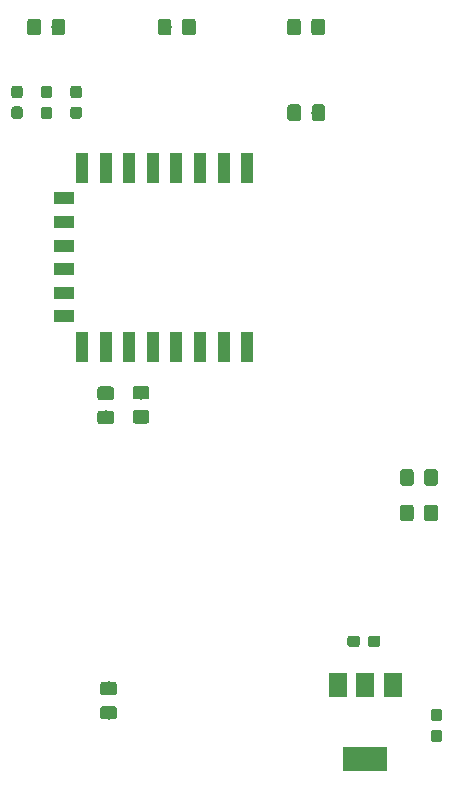
<source format=gbr>
G04 #@! TF.GenerationSoftware,KiCad,Pcbnew,(5.0.0)*
G04 #@! TF.CreationDate,2020-08-07T11:04:04-05:00*
G04 #@! TF.ProjectId,Church Controller,43687572636820436F6E74726F6C6C65,rev?*
G04 #@! TF.SameCoordinates,Original*
G04 #@! TF.FileFunction,Paste,Top*
G04 #@! TF.FilePolarity,Positive*
%FSLAX46Y46*%
G04 Gerber Fmt 4.6, Leading zero omitted, Abs format (unit mm)*
G04 Created by KiCad (PCBNEW (5.0.0)) date 08/07/20 11:04:04*
%MOMM*%
%LPD*%
G01*
G04 APERTURE LIST*
%ADD10C,0.100000*%
%ADD11C,0.950000*%
%ADD12C,1.150000*%
%ADD13R,3.800000X2.000000*%
%ADD14R,1.500000X2.000000*%
%ADD15R,1.000000X2.500000*%
%ADD16R,1.800000X1.000000*%
G04 APERTURE END LIST*
D10*
G04 #@! TO.C,C1*
G36*
X144310779Y-118526144D02*
X144333834Y-118529563D01*
X144356443Y-118535227D01*
X144378387Y-118543079D01*
X144399457Y-118553044D01*
X144419448Y-118565026D01*
X144438168Y-118578910D01*
X144455438Y-118594562D01*
X144471090Y-118611832D01*
X144484974Y-118630552D01*
X144496956Y-118650543D01*
X144506921Y-118671613D01*
X144514773Y-118693557D01*
X144520437Y-118716166D01*
X144523856Y-118739221D01*
X144525000Y-118762500D01*
X144525000Y-119237500D01*
X144523856Y-119260779D01*
X144520437Y-119283834D01*
X144514773Y-119306443D01*
X144506921Y-119328387D01*
X144496956Y-119349457D01*
X144484974Y-119369448D01*
X144471090Y-119388168D01*
X144455438Y-119405438D01*
X144438168Y-119421090D01*
X144419448Y-119434974D01*
X144399457Y-119446956D01*
X144378387Y-119456921D01*
X144356443Y-119464773D01*
X144333834Y-119470437D01*
X144310779Y-119473856D01*
X144287500Y-119475000D01*
X143712500Y-119475000D01*
X143689221Y-119473856D01*
X143666166Y-119470437D01*
X143643557Y-119464773D01*
X143621613Y-119456921D01*
X143600543Y-119446956D01*
X143580552Y-119434974D01*
X143561832Y-119421090D01*
X143544562Y-119405438D01*
X143528910Y-119388168D01*
X143515026Y-119369448D01*
X143503044Y-119349457D01*
X143493079Y-119328387D01*
X143485227Y-119306443D01*
X143479563Y-119283834D01*
X143476144Y-119260779D01*
X143475000Y-119237500D01*
X143475000Y-118762500D01*
X143476144Y-118739221D01*
X143479563Y-118716166D01*
X143485227Y-118693557D01*
X143493079Y-118671613D01*
X143503044Y-118650543D01*
X143515026Y-118630552D01*
X143528910Y-118611832D01*
X143544562Y-118594562D01*
X143561832Y-118578910D01*
X143580552Y-118565026D01*
X143600543Y-118553044D01*
X143621613Y-118543079D01*
X143643557Y-118535227D01*
X143666166Y-118529563D01*
X143689221Y-118526144D01*
X143712500Y-118525000D01*
X144287500Y-118525000D01*
X144310779Y-118526144D01*
X144310779Y-118526144D01*
G37*
D11*
X144000000Y-119000000D03*
D10*
G36*
X146060779Y-118526144D02*
X146083834Y-118529563D01*
X146106443Y-118535227D01*
X146128387Y-118543079D01*
X146149457Y-118553044D01*
X146169448Y-118565026D01*
X146188168Y-118578910D01*
X146205438Y-118594562D01*
X146221090Y-118611832D01*
X146234974Y-118630552D01*
X146246956Y-118650543D01*
X146256921Y-118671613D01*
X146264773Y-118693557D01*
X146270437Y-118716166D01*
X146273856Y-118739221D01*
X146275000Y-118762500D01*
X146275000Y-119237500D01*
X146273856Y-119260779D01*
X146270437Y-119283834D01*
X146264773Y-119306443D01*
X146256921Y-119328387D01*
X146246956Y-119349457D01*
X146234974Y-119369448D01*
X146221090Y-119388168D01*
X146205438Y-119405438D01*
X146188168Y-119421090D01*
X146169448Y-119434974D01*
X146149457Y-119446956D01*
X146128387Y-119456921D01*
X146106443Y-119464773D01*
X146083834Y-119470437D01*
X146060779Y-119473856D01*
X146037500Y-119475000D01*
X145462500Y-119475000D01*
X145439221Y-119473856D01*
X145416166Y-119470437D01*
X145393557Y-119464773D01*
X145371613Y-119456921D01*
X145350543Y-119446956D01*
X145330552Y-119434974D01*
X145311832Y-119421090D01*
X145294562Y-119405438D01*
X145278910Y-119388168D01*
X145265026Y-119369448D01*
X145253044Y-119349457D01*
X145243079Y-119328387D01*
X145235227Y-119306443D01*
X145229563Y-119283834D01*
X145226144Y-119260779D01*
X145225000Y-119237500D01*
X145225000Y-118762500D01*
X145226144Y-118739221D01*
X145229563Y-118716166D01*
X145235227Y-118693557D01*
X145243079Y-118671613D01*
X145253044Y-118650543D01*
X145265026Y-118630552D01*
X145278910Y-118611832D01*
X145294562Y-118594562D01*
X145311832Y-118578910D01*
X145330552Y-118565026D01*
X145350543Y-118553044D01*
X145371613Y-118543079D01*
X145393557Y-118535227D01*
X145416166Y-118529563D01*
X145439221Y-118526144D01*
X145462500Y-118525000D01*
X146037500Y-118525000D01*
X146060779Y-118526144D01*
X146060779Y-118526144D01*
G37*
D11*
X145750000Y-119000000D03*
G04 #@! TD*
D10*
G04 #@! TO.C,C2*
G36*
X151260779Y-124726144D02*
X151283834Y-124729563D01*
X151306443Y-124735227D01*
X151328387Y-124743079D01*
X151349457Y-124753044D01*
X151369448Y-124765026D01*
X151388168Y-124778910D01*
X151405438Y-124794562D01*
X151421090Y-124811832D01*
X151434974Y-124830552D01*
X151446956Y-124850543D01*
X151456921Y-124871613D01*
X151464773Y-124893557D01*
X151470437Y-124916166D01*
X151473856Y-124939221D01*
X151475000Y-124962500D01*
X151475000Y-125537500D01*
X151473856Y-125560779D01*
X151470437Y-125583834D01*
X151464773Y-125606443D01*
X151456921Y-125628387D01*
X151446956Y-125649457D01*
X151434974Y-125669448D01*
X151421090Y-125688168D01*
X151405438Y-125705438D01*
X151388168Y-125721090D01*
X151369448Y-125734974D01*
X151349457Y-125746956D01*
X151328387Y-125756921D01*
X151306443Y-125764773D01*
X151283834Y-125770437D01*
X151260779Y-125773856D01*
X151237500Y-125775000D01*
X150762500Y-125775000D01*
X150739221Y-125773856D01*
X150716166Y-125770437D01*
X150693557Y-125764773D01*
X150671613Y-125756921D01*
X150650543Y-125746956D01*
X150630552Y-125734974D01*
X150611832Y-125721090D01*
X150594562Y-125705438D01*
X150578910Y-125688168D01*
X150565026Y-125669448D01*
X150553044Y-125649457D01*
X150543079Y-125628387D01*
X150535227Y-125606443D01*
X150529563Y-125583834D01*
X150526144Y-125560779D01*
X150525000Y-125537500D01*
X150525000Y-124962500D01*
X150526144Y-124939221D01*
X150529563Y-124916166D01*
X150535227Y-124893557D01*
X150543079Y-124871613D01*
X150553044Y-124850543D01*
X150565026Y-124830552D01*
X150578910Y-124811832D01*
X150594562Y-124794562D01*
X150611832Y-124778910D01*
X150630552Y-124765026D01*
X150650543Y-124753044D01*
X150671613Y-124743079D01*
X150693557Y-124735227D01*
X150716166Y-124729563D01*
X150739221Y-124726144D01*
X150762500Y-124725000D01*
X151237500Y-124725000D01*
X151260779Y-124726144D01*
X151260779Y-124726144D01*
G37*
D11*
X151000000Y-125250000D03*
D10*
G36*
X151260779Y-126476144D02*
X151283834Y-126479563D01*
X151306443Y-126485227D01*
X151328387Y-126493079D01*
X151349457Y-126503044D01*
X151369448Y-126515026D01*
X151388168Y-126528910D01*
X151405438Y-126544562D01*
X151421090Y-126561832D01*
X151434974Y-126580552D01*
X151446956Y-126600543D01*
X151456921Y-126621613D01*
X151464773Y-126643557D01*
X151470437Y-126666166D01*
X151473856Y-126689221D01*
X151475000Y-126712500D01*
X151475000Y-127287500D01*
X151473856Y-127310779D01*
X151470437Y-127333834D01*
X151464773Y-127356443D01*
X151456921Y-127378387D01*
X151446956Y-127399457D01*
X151434974Y-127419448D01*
X151421090Y-127438168D01*
X151405438Y-127455438D01*
X151388168Y-127471090D01*
X151369448Y-127484974D01*
X151349457Y-127496956D01*
X151328387Y-127506921D01*
X151306443Y-127514773D01*
X151283834Y-127520437D01*
X151260779Y-127523856D01*
X151237500Y-127525000D01*
X150762500Y-127525000D01*
X150739221Y-127523856D01*
X150716166Y-127520437D01*
X150693557Y-127514773D01*
X150671613Y-127506921D01*
X150650543Y-127496956D01*
X150630552Y-127484974D01*
X150611832Y-127471090D01*
X150594562Y-127455438D01*
X150578910Y-127438168D01*
X150565026Y-127419448D01*
X150553044Y-127399457D01*
X150543079Y-127378387D01*
X150535227Y-127356443D01*
X150529563Y-127333834D01*
X150526144Y-127310779D01*
X150525000Y-127287500D01*
X150525000Y-126712500D01*
X150526144Y-126689221D01*
X150529563Y-126666166D01*
X150535227Y-126643557D01*
X150543079Y-126621613D01*
X150553044Y-126600543D01*
X150565026Y-126580552D01*
X150578910Y-126561832D01*
X150594562Y-126544562D01*
X150611832Y-126528910D01*
X150630552Y-126515026D01*
X150650543Y-126503044D01*
X150671613Y-126493079D01*
X150693557Y-126485227D01*
X150716166Y-126479563D01*
X150739221Y-126476144D01*
X150762500Y-126475000D01*
X151237500Y-126475000D01*
X151260779Y-126476144D01*
X151260779Y-126476144D01*
G37*
D11*
X151000000Y-127000000D03*
G04 #@! TD*
D10*
G04 #@! TO.C,C3*
G36*
X120760779Y-71976144D02*
X120783834Y-71979563D01*
X120806443Y-71985227D01*
X120828387Y-71993079D01*
X120849457Y-72003044D01*
X120869448Y-72015026D01*
X120888168Y-72028910D01*
X120905438Y-72044562D01*
X120921090Y-72061832D01*
X120934974Y-72080552D01*
X120946956Y-72100543D01*
X120956921Y-72121613D01*
X120964773Y-72143557D01*
X120970437Y-72166166D01*
X120973856Y-72189221D01*
X120975000Y-72212500D01*
X120975000Y-72787500D01*
X120973856Y-72810779D01*
X120970437Y-72833834D01*
X120964773Y-72856443D01*
X120956921Y-72878387D01*
X120946956Y-72899457D01*
X120934974Y-72919448D01*
X120921090Y-72938168D01*
X120905438Y-72955438D01*
X120888168Y-72971090D01*
X120869448Y-72984974D01*
X120849457Y-72996956D01*
X120828387Y-73006921D01*
X120806443Y-73014773D01*
X120783834Y-73020437D01*
X120760779Y-73023856D01*
X120737500Y-73025000D01*
X120262500Y-73025000D01*
X120239221Y-73023856D01*
X120216166Y-73020437D01*
X120193557Y-73014773D01*
X120171613Y-73006921D01*
X120150543Y-72996956D01*
X120130552Y-72984974D01*
X120111832Y-72971090D01*
X120094562Y-72955438D01*
X120078910Y-72938168D01*
X120065026Y-72919448D01*
X120053044Y-72899457D01*
X120043079Y-72878387D01*
X120035227Y-72856443D01*
X120029563Y-72833834D01*
X120026144Y-72810779D01*
X120025000Y-72787500D01*
X120025000Y-72212500D01*
X120026144Y-72189221D01*
X120029563Y-72166166D01*
X120035227Y-72143557D01*
X120043079Y-72121613D01*
X120053044Y-72100543D01*
X120065026Y-72080552D01*
X120078910Y-72061832D01*
X120094562Y-72044562D01*
X120111832Y-72028910D01*
X120130552Y-72015026D01*
X120150543Y-72003044D01*
X120171613Y-71993079D01*
X120193557Y-71985227D01*
X120216166Y-71979563D01*
X120239221Y-71976144D01*
X120262500Y-71975000D01*
X120737500Y-71975000D01*
X120760779Y-71976144D01*
X120760779Y-71976144D01*
G37*
D11*
X120500000Y-72500000D03*
D10*
G36*
X120760779Y-73726144D02*
X120783834Y-73729563D01*
X120806443Y-73735227D01*
X120828387Y-73743079D01*
X120849457Y-73753044D01*
X120869448Y-73765026D01*
X120888168Y-73778910D01*
X120905438Y-73794562D01*
X120921090Y-73811832D01*
X120934974Y-73830552D01*
X120946956Y-73850543D01*
X120956921Y-73871613D01*
X120964773Y-73893557D01*
X120970437Y-73916166D01*
X120973856Y-73939221D01*
X120975000Y-73962500D01*
X120975000Y-74537500D01*
X120973856Y-74560779D01*
X120970437Y-74583834D01*
X120964773Y-74606443D01*
X120956921Y-74628387D01*
X120946956Y-74649457D01*
X120934974Y-74669448D01*
X120921090Y-74688168D01*
X120905438Y-74705438D01*
X120888168Y-74721090D01*
X120869448Y-74734974D01*
X120849457Y-74746956D01*
X120828387Y-74756921D01*
X120806443Y-74764773D01*
X120783834Y-74770437D01*
X120760779Y-74773856D01*
X120737500Y-74775000D01*
X120262500Y-74775000D01*
X120239221Y-74773856D01*
X120216166Y-74770437D01*
X120193557Y-74764773D01*
X120171613Y-74756921D01*
X120150543Y-74746956D01*
X120130552Y-74734974D01*
X120111832Y-74721090D01*
X120094562Y-74705438D01*
X120078910Y-74688168D01*
X120065026Y-74669448D01*
X120053044Y-74649457D01*
X120043079Y-74628387D01*
X120035227Y-74606443D01*
X120029563Y-74583834D01*
X120026144Y-74560779D01*
X120025000Y-74537500D01*
X120025000Y-73962500D01*
X120026144Y-73939221D01*
X120029563Y-73916166D01*
X120035227Y-73893557D01*
X120043079Y-73871613D01*
X120053044Y-73850543D01*
X120065026Y-73830552D01*
X120078910Y-73811832D01*
X120094562Y-73794562D01*
X120111832Y-73778910D01*
X120130552Y-73765026D01*
X120150543Y-73753044D01*
X120171613Y-73743079D01*
X120193557Y-73735227D01*
X120216166Y-73729563D01*
X120239221Y-73726144D01*
X120262500Y-73725000D01*
X120737500Y-73725000D01*
X120760779Y-73726144D01*
X120760779Y-73726144D01*
G37*
D11*
X120500000Y-74250000D03*
G04 #@! TD*
D10*
G04 #@! TO.C,C4*
G36*
X118260779Y-73726144D02*
X118283834Y-73729563D01*
X118306443Y-73735227D01*
X118328387Y-73743079D01*
X118349457Y-73753044D01*
X118369448Y-73765026D01*
X118388168Y-73778910D01*
X118405438Y-73794562D01*
X118421090Y-73811832D01*
X118434974Y-73830552D01*
X118446956Y-73850543D01*
X118456921Y-73871613D01*
X118464773Y-73893557D01*
X118470437Y-73916166D01*
X118473856Y-73939221D01*
X118475000Y-73962500D01*
X118475000Y-74537500D01*
X118473856Y-74560779D01*
X118470437Y-74583834D01*
X118464773Y-74606443D01*
X118456921Y-74628387D01*
X118446956Y-74649457D01*
X118434974Y-74669448D01*
X118421090Y-74688168D01*
X118405438Y-74705438D01*
X118388168Y-74721090D01*
X118369448Y-74734974D01*
X118349457Y-74746956D01*
X118328387Y-74756921D01*
X118306443Y-74764773D01*
X118283834Y-74770437D01*
X118260779Y-74773856D01*
X118237500Y-74775000D01*
X117762500Y-74775000D01*
X117739221Y-74773856D01*
X117716166Y-74770437D01*
X117693557Y-74764773D01*
X117671613Y-74756921D01*
X117650543Y-74746956D01*
X117630552Y-74734974D01*
X117611832Y-74721090D01*
X117594562Y-74705438D01*
X117578910Y-74688168D01*
X117565026Y-74669448D01*
X117553044Y-74649457D01*
X117543079Y-74628387D01*
X117535227Y-74606443D01*
X117529563Y-74583834D01*
X117526144Y-74560779D01*
X117525000Y-74537500D01*
X117525000Y-73962500D01*
X117526144Y-73939221D01*
X117529563Y-73916166D01*
X117535227Y-73893557D01*
X117543079Y-73871613D01*
X117553044Y-73850543D01*
X117565026Y-73830552D01*
X117578910Y-73811832D01*
X117594562Y-73794562D01*
X117611832Y-73778910D01*
X117630552Y-73765026D01*
X117650543Y-73753044D01*
X117671613Y-73743079D01*
X117693557Y-73735227D01*
X117716166Y-73729563D01*
X117739221Y-73726144D01*
X117762500Y-73725000D01*
X118237500Y-73725000D01*
X118260779Y-73726144D01*
X118260779Y-73726144D01*
G37*
D11*
X118000000Y-74250000D03*
D10*
G36*
X118260779Y-71976144D02*
X118283834Y-71979563D01*
X118306443Y-71985227D01*
X118328387Y-71993079D01*
X118349457Y-72003044D01*
X118369448Y-72015026D01*
X118388168Y-72028910D01*
X118405438Y-72044562D01*
X118421090Y-72061832D01*
X118434974Y-72080552D01*
X118446956Y-72100543D01*
X118456921Y-72121613D01*
X118464773Y-72143557D01*
X118470437Y-72166166D01*
X118473856Y-72189221D01*
X118475000Y-72212500D01*
X118475000Y-72787500D01*
X118473856Y-72810779D01*
X118470437Y-72833834D01*
X118464773Y-72856443D01*
X118456921Y-72878387D01*
X118446956Y-72899457D01*
X118434974Y-72919448D01*
X118421090Y-72938168D01*
X118405438Y-72955438D01*
X118388168Y-72971090D01*
X118369448Y-72984974D01*
X118349457Y-72996956D01*
X118328387Y-73006921D01*
X118306443Y-73014773D01*
X118283834Y-73020437D01*
X118260779Y-73023856D01*
X118237500Y-73025000D01*
X117762500Y-73025000D01*
X117739221Y-73023856D01*
X117716166Y-73020437D01*
X117693557Y-73014773D01*
X117671613Y-73006921D01*
X117650543Y-72996956D01*
X117630552Y-72984974D01*
X117611832Y-72971090D01*
X117594562Y-72955438D01*
X117578910Y-72938168D01*
X117565026Y-72919448D01*
X117553044Y-72899457D01*
X117543079Y-72878387D01*
X117535227Y-72856443D01*
X117529563Y-72833834D01*
X117526144Y-72810779D01*
X117525000Y-72787500D01*
X117525000Y-72212500D01*
X117526144Y-72189221D01*
X117529563Y-72166166D01*
X117535227Y-72143557D01*
X117543079Y-72121613D01*
X117553044Y-72100543D01*
X117565026Y-72080552D01*
X117578910Y-72061832D01*
X117594562Y-72044562D01*
X117611832Y-72028910D01*
X117630552Y-72015026D01*
X117650543Y-72003044D01*
X117671613Y-71993079D01*
X117693557Y-71985227D01*
X117716166Y-71979563D01*
X117739221Y-71976144D01*
X117762500Y-71975000D01*
X118237500Y-71975000D01*
X118260779Y-71976144D01*
X118260779Y-71976144D01*
G37*
D11*
X118000000Y-72500000D03*
G04 #@! TD*
D10*
G04 #@! TO.C,C5*
G36*
X115760779Y-71973979D02*
X115783834Y-71977398D01*
X115806443Y-71983062D01*
X115828387Y-71990914D01*
X115849457Y-72000879D01*
X115869448Y-72012861D01*
X115888168Y-72026745D01*
X115905438Y-72042397D01*
X115921090Y-72059667D01*
X115934974Y-72078387D01*
X115946956Y-72098378D01*
X115956921Y-72119448D01*
X115964773Y-72141392D01*
X115970437Y-72164001D01*
X115973856Y-72187056D01*
X115975000Y-72210335D01*
X115975000Y-72785335D01*
X115973856Y-72808614D01*
X115970437Y-72831669D01*
X115964773Y-72854278D01*
X115956921Y-72876222D01*
X115946956Y-72897292D01*
X115934974Y-72917283D01*
X115921090Y-72936003D01*
X115905438Y-72953273D01*
X115888168Y-72968925D01*
X115869448Y-72982809D01*
X115849457Y-72994791D01*
X115828387Y-73004756D01*
X115806443Y-73012608D01*
X115783834Y-73018272D01*
X115760779Y-73021691D01*
X115737500Y-73022835D01*
X115262500Y-73022835D01*
X115239221Y-73021691D01*
X115216166Y-73018272D01*
X115193557Y-73012608D01*
X115171613Y-73004756D01*
X115150543Y-72994791D01*
X115130552Y-72982809D01*
X115111832Y-72968925D01*
X115094562Y-72953273D01*
X115078910Y-72936003D01*
X115065026Y-72917283D01*
X115053044Y-72897292D01*
X115043079Y-72876222D01*
X115035227Y-72854278D01*
X115029563Y-72831669D01*
X115026144Y-72808614D01*
X115025000Y-72785335D01*
X115025000Y-72210335D01*
X115026144Y-72187056D01*
X115029563Y-72164001D01*
X115035227Y-72141392D01*
X115043079Y-72119448D01*
X115053044Y-72098378D01*
X115065026Y-72078387D01*
X115078910Y-72059667D01*
X115094562Y-72042397D01*
X115111832Y-72026745D01*
X115130552Y-72012861D01*
X115150543Y-72000879D01*
X115171613Y-71990914D01*
X115193557Y-71983062D01*
X115216166Y-71977398D01*
X115239221Y-71973979D01*
X115262500Y-71972835D01*
X115737500Y-71972835D01*
X115760779Y-71973979D01*
X115760779Y-71973979D01*
G37*
D11*
X115500000Y-72497835D03*
D10*
G36*
X115760779Y-73723979D02*
X115783834Y-73727398D01*
X115806443Y-73733062D01*
X115828387Y-73740914D01*
X115849457Y-73750879D01*
X115869448Y-73762861D01*
X115888168Y-73776745D01*
X115905438Y-73792397D01*
X115921090Y-73809667D01*
X115934974Y-73828387D01*
X115946956Y-73848378D01*
X115956921Y-73869448D01*
X115964773Y-73891392D01*
X115970437Y-73914001D01*
X115973856Y-73937056D01*
X115975000Y-73960335D01*
X115975000Y-74535335D01*
X115973856Y-74558614D01*
X115970437Y-74581669D01*
X115964773Y-74604278D01*
X115956921Y-74626222D01*
X115946956Y-74647292D01*
X115934974Y-74667283D01*
X115921090Y-74686003D01*
X115905438Y-74703273D01*
X115888168Y-74718925D01*
X115869448Y-74732809D01*
X115849457Y-74744791D01*
X115828387Y-74754756D01*
X115806443Y-74762608D01*
X115783834Y-74768272D01*
X115760779Y-74771691D01*
X115737500Y-74772835D01*
X115262500Y-74772835D01*
X115239221Y-74771691D01*
X115216166Y-74768272D01*
X115193557Y-74762608D01*
X115171613Y-74754756D01*
X115150543Y-74744791D01*
X115130552Y-74732809D01*
X115111832Y-74718925D01*
X115094562Y-74703273D01*
X115078910Y-74686003D01*
X115065026Y-74667283D01*
X115053044Y-74647292D01*
X115043079Y-74626222D01*
X115035227Y-74604278D01*
X115029563Y-74581669D01*
X115026144Y-74558614D01*
X115025000Y-74535335D01*
X115025000Y-73960335D01*
X115026144Y-73937056D01*
X115029563Y-73914001D01*
X115035227Y-73891392D01*
X115043079Y-73869448D01*
X115053044Y-73848378D01*
X115065026Y-73828387D01*
X115078910Y-73809667D01*
X115094562Y-73792397D01*
X115111832Y-73776745D01*
X115130552Y-73762861D01*
X115150543Y-73750879D01*
X115171613Y-73740914D01*
X115193557Y-73733062D01*
X115216166Y-73727398D01*
X115239221Y-73723979D01*
X115262500Y-73722835D01*
X115737500Y-73722835D01*
X115760779Y-73723979D01*
X115760779Y-73723979D01*
G37*
D11*
X115500000Y-74247835D03*
G04 #@! TD*
D10*
G04 #@! TO.C,R1*
G36*
X139324505Y-73551204D02*
X139348773Y-73554804D01*
X139372572Y-73560765D01*
X139395671Y-73569030D01*
X139417850Y-73579520D01*
X139438893Y-73592132D01*
X139458599Y-73606747D01*
X139476777Y-73623223D01*
X139493253Y-73641401D01*
X139507868Y-73661107D01*
X139520480Y-73682150D01*
X139530970Y-73704329D01*
X139539235Y-73727428D01*
X139545196Y-73751227D01*
X139548796Y-73775495D01*
X139550000Y-73799999D01*
X139550000Y-74700001D01*
X139548796Y-74724505D01*
X139545196Y-74748773D01*
X139539235Y-74772572D01*
X139530970Y-74795671D01*
X139520480Y-74817850D01*
X139507868Y-74838893D01*
X139493253Y-74858599D01*
X139476777Y-74876777D01*
X139458599Y-74893253D01*
X139438893Y-74907868D01*
X139417850Y-74920480D01*
X139395671Y-74930970D01*
X139372572Y-74939235D01*
X139348773Y-74945196D01*
X139324505Y-74948796D01*
X139300001Y-74950000D01*
X138649999Y-74950000D01*
X138625495Y-74948796D01*
X138601227Y-74945196D01*
X138577428Y-74939235D01*
X138554329Y-74930970D01*
X138532150Y-74920480D01*
X138511107Y-74907868D01*
X138491401Y-74893253D01*
X138473223Y-74876777D01*
X138456747Y-74858599D01*
X138442132Y-74838893D01*
X138429520Y-74817850D01*
X138419030Y-74795671D01*
X138410765Y-74772572D01*
X138404804Y-74748773D01*
X138401204Y-74724505D01*
X138400000Y-74700001D01*
X138400000Y-73799999D01*
X138401204Y-73775495D01*
X138404804Y-73751227D01*
X138410765Y-73727428D01*
X138419030Y-73704329D01*
X138429520Y-73682150D01*
X138442132Y-73661107D01*
X138456747Y-73641401D01*
X138473223Y-73623223D01*
X138491401Y-73606747D01*
X138511107Y-73592132D01*
X138532150Y-73579520D01*
X138554329Y-73569030D01*
X138577428Y-73560765D01*
X138601227Y-73554804D01*
X138625495Y-73551204D01*
X138649999Y-73550000D01*
X139300001Y-73550000D01*
X139324505Y-73551204D01*
X139324505Y-73551204D01*
G37*
D12*
X138975000Y-74250000D03*
D10*
G36*
X141374505Y-73551204D02*
X141398773Y-73554804D01*
X141422572Y-73560765D01*
X141445671Y-73569030D01*
X141467850Y-73579520D01*
X141488893Y-73592132D01*
X141508599Y-73606747D01*
X141526777Y-73623223D01*
X141543253Y-73641401D01*
X141557868Y-73661107D01*
X141570480Y-73682150D01*
X141580970Y-73704329D01*
X141589235Y-73727428D01*
X141595196Y-73751227D01*
X141598796Y-73775495D01*
X141600000Y-73799999D01*
X141600000Y-74700001D01*
X141598796Y-74724505D01*
X141595196Y-74748773D01*
X141589235Y-74772572D01*
X141580970Y-74795671D01*
X141570480Y-74817850D01*
X141557868Y-74838893D01*
X141543253Y-74858599D01*
X141526777Y-74876777D01*
X141508599Y-74893253D01*
X141488893Y-74907868D01*
X141467850Y-74920480D01*
X141445671Y-74930970D01*
X141422572Y-74939235D01*
X141398773Y-74945196D01*
X141374505Y-74948796D01*
X141350001Y-74950000D01*
X140699999Y-74950000D01*
X140675495Y-74948796D01*
X140651227Y-74945196D01*
X140627428Y-74939235D01*
X140604329Y-74930970D01*
X140582150Y-74920480D01*
X140561107Y-74907868D01*
X140541401Y-74893253D01*
X140523223Y-74876777D01*
X140506747Y-74858599D01*
X140492132Y-74838893D01*
X140479520Y-74817850D01*
X140469030Y-74795671D01*
X140460765Y-74772572D01*
X140454804Y-74748773D01*
X140451204Y-74724505D01*
X140450000Y-74700001D01*
X140450000Y-73799999D01*
X140451204Y-73775495D01*
X140454804Y-73751227D01*
X140460765Y-73727428D01*
X140469030Y-73704329D01*
X140479520Y-73682150D01*
X140492132Y-73661107D01*
X140506747Y-73641401D01*
X140523223Y-73623223D01*
X140541401Y-73606747D01*
X140561107Y-73592132D01*
X140582150Y-73579520D01*
X140604329Y-73569030D01*
X140627428Y-73560765D01*
X140651227Y-73554804D01*
X140675495Y-73551204D01*
X140699999Y-73550000D01*
X141350001Y-73550000D01*
X141374505Y-73551204D01*
X141374505Y-73551204D01*
G37*
D12*
X141025000Y-74250000D03*
G04 #@! TD*
D10*
G04 #@! TO.C,R3*
G36*
X123474505Y-97426204D02*
X123498773Y-97429804D01*
X123522572Y-97435765D01*
X123545671Y-97444030D01*
X123567850Y-97454520D01*
X123588893Y-97467132D01*
X123608599Y-97481747D01*
X123626777Y-97498223D01*
X123643253Y-97516401D01*
X123657868Y-97536107D01*
X123670480Y-97557150D01*
X123680970Y-97579329D01*
X123689235Y-97602428D01*
X123695196Y-97626227D01*
X123698796Y-97650495D01*
X123700000Y-97674999D01*
X123700000Y-98325001D01*
X123698796Y-98349505D01*
X123695196Y-98373773D01*
X123689235Y-98397572D01*
X123680970Y-98420671D01*
X123670480Y-98442850D01*
X123657868Y-98463893D01*
X123643253Y-98483599D01*
X123626777Y-98501777D01*
X123608599Y-98518253D01*
X123588893Y-98532868D01*
X123567850Y-98545480D01*
X123545671Y-98555970D01*
X123522572Y-98564235D01*
X123498773Y-98570196D01*
X123474505Y-98573796D01*
X123450001Y-98575000D01*
X122549999Y-98575000D01*
X122525495Y-98573796D01*
X122501227Y-98570196D01*
X122477428Y-98564235D01*
X122454329Y-98555970D01*
X122432150Y-98545480D01*
X122411107Y-98532868D01*
X122391401Y-98518253D01*
X122373223Y-98501777D01*
X122356747Y-98483599D01*
X122342132Y-98463893D01*
X122329520Y-98442850D01*
X122319030Y-98420671D01*
X122310765Y-98397572D01*
X122304804Y-98373773D01*
X122301204Y-98349505D01*
X122300000Y-98325001D01*
X122300000Y-97674999D01*
X122301204Y-97650495D01*
X122304804Y-97626227D01*
X122310765Y-97602428D01*
X122319030Y-97579329D01*
X122329520Y-97557150D01*
X122342132Y-97536107D01*
X122356747Y-97516401D01*
X122373223Y-97498223D01*
X122391401Y-97481747D01*
X122411107Y-97467132D01*
X122432150Y-97454520D01*
X122454329Y-97444030D01*
X122477428Y-97435765D01*
X122501227Y-97429804D01*
X122525495Y-97426204D01*
X122549999Y-97425000D01*
X123450001Y-97425000D01*
X123474505Y-97426204D01*
X123474505Y-97426204D01*
G37*
D12*
X123000000Y-98000000D03*
D10*
G36*
X123474505Y-99476204D02*
X123498773Y-99479804D01*
X123522572Y-99485765D01*
X123545671Y-99494030D01*
X123567850Y-99504520D01*
X123588893Y-99517132D01*
X123608599Y-99531747D01*
X123626777Y-99548223D01*
X123643253Y-99566401D01*
X123657868Y-99586107D01*
X123670480Y-99607150D01*
X123680970Y-99629329D01*
X123689235Y-99652428D01*
X123695196Y-99676227D01*
X123698796Y-99700495D01*
X123700000Y-99724999D01*
X123700000Y-100375001D01*
X123698796Y-100399505D01*
X123695196Y-100423773D01*
X123689235Y-100447572D01*
X123680970Y-100470671D01*
X123670480Y-100492850D01*
X123657868Y-100513893D01*
X123643253Y-100533599D01*
X123626777Y-100551777D01*
X123608599Y-100568253D01*
X123588893Y-100582868D01*
X123567850Y-100595480D01*
X123545671Y-100605970D01*
X123522572Y-100614235D01*
X123498773Y-100620196D01*
X123474505Y-100623796D01*
X123450001Y-100625000D01*
X122549999Y-100625000D01*
X122525495Y-100623796D01*
X122501227Y-100620196D01*
X122477428Y-100614235D01*
X122454329Y-100605970D01*
X122432150Y-100595480D01*
X122411107Y-100582868D01*
X122391401Y-100568253D01*
X122373223Y-100551777D01*
X122356747Y-100533599D01*
X122342132Y-100513893D01*
X122329520Y-100492850D01*
X122319030Y-100470671D01*
X122310765Y-100447572D01*
X122304804Y-100423773D01*
X122301204Y-100399505D01*
X122300000Y-100375001D01*
X122300000Y-99724999D01*
X122301204Y-99700495D01*
X122304804Y-99676227D01*
X122310765Y-99652428D01*
X122319030Y-99629329D01*
X122329520Y-99607150D01*
X122342132Y-99586107D01*
X122356747Y-99566401D01*
X122373223Y-99548223D01*
X122391401Y-99531747D01*
X122411107Y-99517132D01*
X122432150Y-99504520D01*
X122454329Y-99494030D01*
X122477428Y-99485765D01*
X122501227Y-99479804D01*
X122525495Y-99476204D01*
X122549999Y-99475000D01*
X123450001Y-99475000D01*
X123474505Y-99476204D01*
X123474505Y-99476204D01*
G37*
D12*
X123000000Y-100050000D03*
G04 #@! TD*
D10*
G04 #@! TO.C,R4*
G36*
X126474505Y-99426204D02*
X126498773Y-99429804D01*
X126522572Y-99435765D01*
X126545671Y-99444030D01*
X126567850Y-99454520D01*
X126588893Y-99467132D01*
X126608599Y-99481747D01*
X126626777Y-99498223D01*
X126643253Y-99516401D01*
X126657868Y-99536107D01*
X126670480Y-99557150D01*
X126680970Y-99579329D01*
X126689235Y-99602428D01*
X126695196Y-99626227D01*
X126698796Y-99650495D01*
X126700000Y-99674999D01*
X126700000Y-100325001D01*
X126698796Y-100349505D01*
X126695196Y-100373773D01*
X126689235Y-100397572D01*
X126680970Y-100420671D01*
X126670480Y-100442850D01*
X126657868Y-100463893D01*
X126643253Y-100483599D01*
X126626777Y-100501777D01*
X126608599Y-100518253D01*
X126588893Y-100532868D01*
X126567850Y-100545480D01*
X126545671Y-100555970D01*
X126522572Y-100564235D01*
X126498773Y-100570196D01*
X126474505Y-100573796D01*
X126450001Y-100575000D01*
X125549999Y-100575000D01*
X125525495Y-100573796D01*
X125501227Y-100570196D01*
X125477428Y-100564235D01*
X125454329Y-100555970D01*
X125432150Y-100545480D01*
X125411107Y-100532868D01*
X125391401Y-100518253D01*
X125373223Y-100501777D01*
X125356747Y-100483599D01*
X125342132Y-100463893D01*
X125329520Y-100442850D01*
X125319030Y-100420671D01*
X125310765Y-100397572D01*
X125304804Y-100373773D01*
X125301204Y-100349505D01*
X125300000Y-100325001D01*
X125300000Y-99674999D01*
X125301204Y-99650495D01*
X125304804Y-99626227D01*
X125310765Y-99602428D01*
X125319030Y-99579329D01*
X125329520Y-99557150D01*
X125342132Y-99536107D01*
X125356747Y-99516401D01*
X125373223Y-99498223D01*
X125391401Y-99481747D01*
X125411107Y-99467132D01*
X125432150Y-99454520D01*
X125454329Y-99444030D01*
X125477428Y-99435765D01*
X125501227Y-99429804D01*
X125525495Y-99426204D01*
X125549999Y-99425000D01*
X126450001Y-99425000D01*
X126474505Y-99426204D01*
X126474505Y-99426204D01*
G37*
D12*
X126000000Y-100000000D03*
D10*
G36*
X126474505Y-97376204D02*
X126498773Y-97379804D01*
X126522572Y-97385765D01*
X126545671Y-97394030D01*
X126567850Y-97404520D01*
X126588893Y-97417132D01*
X126608599Y-97431747D01*
X126626777Y-97448223D01*
X126643253Y-97466401D01*
X126657868Y-97486107D01*
X126670480Y-97507150D01*
X126680970Y-97529329D01*
X126689235Y-97552428D01*
X126695196Y-97576227D01*
X126698796Y-97600495D01*
X126700000Y-97624999D01*
X126700000Y-98275001D01*
X126698796Y-98299505D01*
X126695196Y-98323773D01*
X126689235Y-98347572D01*
X126680970Y-98370671D01*
X126670480Y-98392850D01*
X126657868Y-98413893D01*
X126643253Y-98433599D01*
X126626777Y-98451777D01*
X126608599Y-98468253D01*
X126588893Y-98482868D01*
X126567850Y-98495480D01*
X126545671Y-98505970D01*
X126522572Y-98514235D01*
X126498773Y-98520196D01*
X126474505Y-98523796D01*
X126450001Y-98525000D01*
X125549999Y-98525000D01*
X125525495Y-98523796D01*
X125501227Y-98520196D01*
X125477428Y-98514235D01*
X125454329Y-98505970D01*
X125432150Y-98495480D01*
X125411107Y-98482868D01*
X125391401Y-98468253D01*
X125373223Y-98451777D01*
X125356747Y-98433599D01*
X125342132Y-98413893D01*
X125329520Y-98392850D01*
X125319030Y-98370671D01*
X125310765Y-98347572D01*
X125304804Y-98323773D01*
X125301204Y-98299505D01*
X125300000Y-98275001D01*
X125300000Y-97624999D01*
X125301204Y-97600495D01*
X125304804Y-97576227D01*
X125310765Y-97552428D01*
X125319030Y-97529329D01*
X125329520Y-97507150D01*
X125342132Y-97486107D01*
X125356747Y-97466401D01*
X125373223Y-97448223D01*
X125391401Y-97431747D01*
X125411107Y-97417132D01*
X125432150Y-97404520D01*
X125454329Y-97394030D01*
X125477428Y-97385765D01*
X125501227Y-97379804D01*
X125525495Y-97376204D01*
X125549999Y-97375000D01*
X126450001Y-97375000D01*
X126474505Y-97376204D01*
X126474505Y-97376204D01*
G37*
D12*
X126000000Y-97950000D03*
G04 #@! TD*
D10*
G04 #@! TO.C,R5*
G36*
X117299505Y-66301204D02*
X117323773Y-66304804D01*
X117347572Y-66310765D01*
X117370671Y-66319030D01*
X117392850Y-66329520D01*
X117413893Y-66342132D01*
X117433599Y-66356747D01*
X117451777Y-66373223D01*
X117468253Y-66391401D01*
X117482868Y-66411107D01*
X117495480Y-66432150D01*
X117505970Y-66454329D01*
X117514235Y-66477428D01*
X117520196Y-66501227D01*
X117523796Y-66525495D01*
X117525000Y-66549999D01*
X117525000Y-67450001D01*
X117523796Y-67474505D01*
X117520196Y-67498773D01*
X117514235Y-67522572D01*
X117505970Y-67545671D01*
X117495480Y-67567850D01*
X117482868Y-67588893D01*
X117468253Y-67608599D01*
X117451777Y-67626777D01*
X117433599Y-67643253D01*
X117413893Y-67657868D01*
X117392850Y-67670480D01*
X117370671Y-67680970D01*
X117347572Y-67689235D01*
X117323773Y-67695196D01*
X117299505Y-67698796D01*
X117275001Y-67700000D01*
X116624999Y-67700000D01*
X116600495Y-67698796D01*
X116576227Y-67695196D01*
X116552428Y-67689235D01*
X116529329Y-67680970D01*
X116507150Y-67670480D01*
X116486107Y-67657868D01*
X116466401Y-67643253D01*
X116448223Y-67626777D01*
X116431747Y-67608599D01*
X116417132Y-67588893D01*
X116404520Y-67567850D01*
X116394030Y-67545671D01*
X116385765Y-67522572D01*
X116379804Y-67498773D01*
X116376204Y-67474505D01*
X116375000Y-67450001D01*
X116375000Y-66549999D01*
X116376204Y-66525495D01*
X116379804Y-66501227D01*
X116385765Y-66477428D01*
X116394030Y-66454329D01*
X116404520Y-66432150D01*
X116417132Y-66411107D01*
X116431747Y-66391401D01*
X116448223Y-66373223D01*
X116466401Y-66356747D01*
X116486107Y-66342132D01*
X116507150Y-66329520D01*
X116529329Y-66319030D01*
X116552428Y-66310765D01*
X116576227Y-66304804D01*
X116600495Y-66301204D01*
X116624999Y-66300000D01*
X117275001Y-66300000D01*
X117299505Y-66301204D01*
X117299505Y-66301204D01*
G37*
D12*
X116950000Y-67000000D03*
D10*
G36*
X119349505Y-66301204D02*
X119373773Y-66304804D01*
X119397572Y-66310765D01*
X119420671Y-66319030D01*
X119442850Y-66329520D01*
X119463893Y-66342132D01*
X119483599Y-66356747D01*
X119501777Y-66373223D01*
X119518253Y-66391401D01*
X119532868Y-66411107D01*
X119545480Y-66432150D01*
X119555970Y-66454329D01*
X119564235Y-66477428D01*
X119570196Y-66501227D01*
X119573796Y-66525495D01*
X119575000Y-66549999D01*
X119575000Y-67450001D01*
X119573796Y-67474505D01*
X119570196Y-67498773D01*
X119564235Y-67522572D01*
X119555970Y-67545671D01*
X119545480Y-67567850D01*
X119532868Y-67588893D01*
X119518253Y-67608599D01*
X119501777Y-67626777D01*
X119483599Y-67643253D01*
X119463893Y-67657868D01*
X119442850Y-67670480D01*
X119420671Y-67680970D01*
X119397572Y-67689235D01*
X119373773Y-67695196D01*
X119349505Y-67698796D01*
X119325001Y-67700000D01*
X118674999Y-67700000D01*
X118650495Y-67698796D01*
X118626227Y-67695196D01*
X118602428Y-67689235D01*
X118579329Y-67680970D01*
X118557150Y-67670480D01*
X118536107Y-67657868D01*
X118516401Y-67643253D01*
X118498223Y-67626777D01*
X118481747Y-67608599D01*
X118467132Y-67588893D01*
X118454520Y-67567850D01*
X118444030Y-67545671D01*
X118435765Y-67522572D01*
X118429804Y-67498773D01*
X118426204Y-67474505D01*
X118425000Y-67450001D01*
X118425000Y-66549999D01*
X118426204Y-66525495D01*
X118429804Y-66501227D01*
X118435765Y-66477428D01*
X118444030Y-66454329D01*
X118454520Y-66432150D01*
X118467132Y-66411107D01*
X118481747Y-66391401D01*
X118498223Y-66373223D01*
X118516401Y-66356747D01*
X118536107Y-66342132D01*
X118557150Y-66329520D01*
X118579329Y-66319030D01*
X118602428Y-66310765D01*
X118626227Y-66304804D01*
X118650495Y-66301204D01*
X118674999Y-66300000D01*
X119325001Y-66300000D01*
X119349505Y-66301204D01*
X119349505Y-66301204D01*
G37*
D12*
X119000000Y-67000000D03*
G04 #@! TD*
D10*
G04 #@! TO.C,R6*
G36*
X130399505Y-66301204D02*
X130423773Y-66304804D01*
X130447572Y-66310765D01*
X130470671Y-66319030D01*
X130492850Y-66329520D01*
X130513893Y-66342132D01*
X130533599Y-66356747D01*
X130551777Y-66373223D01*
X130568253Y-66391401D01*
X130582868Y-66411107D01*
X130595480Y-66432150D01*
X130605970Y-66454329D01*
X130614235Y-66477428D01*
X130620196Y-66501227D01*
X130623796Y-66525495D01*
X130625000Y-66549999D01*
X130625000Y-67450001D01*
X130623796Y-67474505D01*
X130620196Y-67498773D01*
X130614235Y-67522572D01*
X130605970Y-67545671D01*
X130595480Y-67567850D01*
X130582868Y-67588893D01*
X130568253Y-67608599D01*
X130551777Y-67626777D01*
X130533599Y-67643253D01*
X130513893Y-67657868D01*
X130492850Y-67670480D01*
X130470671Y-67680970D01*
X130447572Y-67689235D01*
X130423773Y-67695196D01*
X130399505Y-67698796D01*
X130375001Y-67700000D01*
X129724999Y-67700000D01*
X129700495Y-67698796D01*
X129676227Y-67695196D01*
X129652428Y-67689235D01*
X129629329Y-67680970D01*
X129607150Y-67670480D01*
X129586107Y-67657868D01*
X129566401Y-67643253D01*
X129548223Y-67626777D01*
X129531747Y-67608599D01*
X129517132Y-67588893D01*
X129504520Y-67567850D01*
X129494030Y-67545671D01*
X129485765Y-67522572D01*
X129479804Y-67498773D01*
X129476204Y-67474505D01*
X129475000Y-67450001D01*
X129475000Y-66549999D01*
X129476204Y-66525495D01*
X129479804Y-66501227D01*
X129485765Y-66477428D01*
X129494030Y-66454329D01*
X129504520Y-66432150D01*
X129517132Y-66411107D01*
X129531747Y-66391401D01*
X129548223Y-66373223D01*
X129566401Y-66356747D01*
X129586107Y-66342132D01*
X129607150Y-66329520D01*
X129629329Y-66319030D01*
X129652428Y-66310765D01*
X129676227Y-66304804D01*
X129700495Y-66301204D01*
X129724999Y-66300000D01*
X130375001Y-66300000D01*
X130399505Y-66301204D01*
X130399505Y-66301204D01*
G37*
D12*
X130050000Y-67000000D03*
D10*
G36*
X128349505Y-66301204D02*
X128373773Y-66304804D01*
X128397572Y-66310765D01*
X128420671Y-66319030D01*
X128442850Y-66329520D01*
X128463893Y-66342132D01*
X128483599Y-66356747D01*
X128501777Y-66373223D01*
X128518253Y-66391401D01*
X128532868Y-66411107D01*
X128545480Y-66432150D01*
X128555970Y-66454329D01*
X128564235Y-66477428D01*
X128570196Y-66501227D01*
X128573796Y-66525495D01*
X128575000Y-66549999D01*
X128575000Y-67450001D01*
X128573796Y-67474505D01*
X128570196Y-67498773D01*
X128564235Y-67522572D01*
X128555970Y-67545671D01*
X128545480Y-67567850D01*
X128532868Y-67588893D01*
X128518253Y-67608599D01*
X128501777Y-67626777D01*
X128483599Y-67643253D01*
X128463893Y-67657868D01*
X128442850Y-67670480D01*
X128420671Y-67680970D01*
X128397572Y-67689235D01*
X128373773Y-67695196D01*
X128349505Y-67698796D01*
X128325001Y-67700000D01*
X127674999Y-67700000D01*
X127650495Y-67698796D01*
X127626227Y-67695196D01*
X127602428Y-67689235D01*
X127579329Y-67680970D01*
X127557150Y-67670480D01*
X127536107Y-67657868D01*
X127516401Y-67643253D01*
X127498223Y-67626777D01*
X127481747Y-67608599D01*
X127467132Y-67588893D01*
X127454520Y-67567850D01*
X127444030Y-67545671D01*
X127435765Y-67522572D01*
X127429804Y-67498773D01*
X127426204Y-67474505D01*
X127425000Y-67450001D01*
X127425000Y-66549999D01*
X127426204Y-66525495D01*
X127429804Y-66501227D01*
X127435765Y-66477428D01*
X127444030Y-66454329D01*
X127454520Y-66432150D01*
X127467132Y-66411107D01*
X127481747Y-66391401D01*
X127498223Y-66373223D01*
X127516401Y-66356747D01*
X127536107Y-66342132D01*
X127557150Y-66329520D01*
X127579329Y-66319030D01*
X127602428Y-66310765D01*
X127626227Y-66304804D01*
X127650495Y-66301204D01*
X127674999Y-66300000D01*
X128325001Y-66300000D01*
X128349505Y-66301204D01*
X128349505Y-66301204D01*
G37*
D12*
X128000000Y-67000000D03*
G04 #@! TD*
D10*
G04 #@! TO.C,R7*
G36*
X139299505Y-66301204D02*
X139323773Y-66304804D01*
X139347572Y-66310765D01*
X139370671Y-66319030D01*
X139392850Y-66329520D01*
X139413893Y-66342132D01*
X139433599Y-66356747D01*
X139451777Y-66373223D01*
X139468253Y-66391401D01*
X139482868Y-66411107D01*
X139495480Y-66432150D01*
X139505970Y-66454329D01*
X139514235Y-66477428D01*
X139520196Y-66501227D01*
X139523796Y-66525495D01*
X139525000Y-66549999D01*
X139525000Y-67450001D01*
X139523796Y-67474505D01*
X139520196Y-67498773D01*
X139514235Y-67522572D01*
X139505970Y-67545671D01*
X139495480Y-67567850D01*
X139482868Y-67588893D01*
X139468253Y-67608599D01*
X139451777Y-67626777D01*
X139433599Y-67643253D01*
X139413893Y-67657868D01*
X139392850Y-67670480D01*
X139370671Y-67680970D01*
X139347572Y-67689235D01*
X139323773Y-67695196D01*
X139299505Y-67698796D01*
X139275001Y-67700000D01*
X138624999Y-67700000D01*
X138600495Y-67698796D01*
X138576227Y-67695196D01*
X138552428Y-67689235D01*
X138529329Y-67680970D01*
X138507150Y-67670480D01*
X138486107Y-67657868D01*
X138466401Y-67643253D01*
X138448223Y-67626777D01*
X138431747Y-67608599D01*
X138417132Y-67588893D01*
X138404520Y-67567850D01*
X138394030Y-67545671D01*
X138385765Y-67522572D01*
X138379804Y-67498773D01*
X138376204Y-67474505D01*
X138375000Y-67450001D01*
X138375000Y-66549999D01*
X138376204Y-66525495D01*
X138379804Y-66501227D01*
X138385765Y-66477428D01*
X138394030Y-66454329D01*
X138404520Y-66432150D01*
X138417132Y-66411107D01*
X138431747Y-66391401D01*
X138448223Y-66373223D01*
X138466401Y-66356747D01*
X138486107Y-66342132D01*
X138507150Y-66329520D01*
X138529329Y-66319030D01*
X138552428Y-66310765D01*
X138576227Y-66304804D01*
X138600495Y-66301204D01*
X138624999Y-66300000D01*
X139275001Y-66300000D01*
X139299505Y-66301204D01*
X139299505Y-66301204D01*
G37*
D12*
X138950000Y-67000000D03*
D10*
G36*
X141349505Y-66301204D02*
X141373773Y-66304804D01*
X141397572Y-66310765D01*
X141420671Y-66319030D01*
X141442850Y-66329520D01*
X141463893Y-66342132D01*
X141483599Y-66356747D01*
X141501777Y-66373223D01*
X141518253Y-66391401D01*
X141532868Y-66411107D01*
X141545480Y-66432150D01*
X141555970Y-66454329D01*
X141564235Y-66477428D01*
X141570196Y-66501227D01*
X141573796Y-66525495D01*
X141575000Y-66549999D01*
X141575000Y-67450001D01*
X141573796Y-67474505D01*
X141570196Y-67498773D01*
X141564235Y-67522572D01*
X141555970Y-67545671D01*
X141545480Y-67567850D01*
X141532868Y-67588893D01*
X141518253Y-67608599D01*
X141501777Y-67626777D01*
X141483599Y-67643253D01*
X141463893Y-67657868D01*
X141442850Y-67670480D01*
X141420671Y-67680970D01*
X141397572Y-67689235D01*
X141373773Y-67695196D01*
X141349505Y-67698796D01*
X141325001Y-67700000D01*
X140674999Y-67700000D01*
X140650495Y-67698796D01*
X140626227Y-67695196D01*
X140602428Y-67689235D01*
X140579329Y-67680970D01*
X140557150Y-67670480D01*
X140536107Y-67657868D01*
X140516401Y-67643253D01*
X140498223Y-67626777D01*
X140481747Y-67608599D01*
X140467132Y-67588893D01*
X140454520Y-67567850D01*
X140444030Y-67545671D01*
X140435765Y-67522572D01*
X140429804Y-67498773D01*
X140426204Y-67474505D01*
X140425000Y-67450001D01*
X140425000Y-66549999D01*
X140426204Y-66525495D01*
X140429804Y-66501227D01*
X140435765Y-66477428D01*
X140444030Y-66454329D01*
X140454520Y-66432150D01*
X140467132Y-66411107D01*
X140481747Y-66391401D01*
X140498223Y-66373223D01*
X140516401Y-66356747D01*
X140536107Y-66342132D01*
X140557150Y-66329520D01*
X140579329Y-66319030D01*
X140602428Y-66310765D01*
X140626227Y-66304804D01*
X140650495Y-66301204D01*
X140674999Y-66300000D01*
X141325001Y-66300000D01*
X141349505Y-66301204D01*
X141349505Y-66301204D01*
G37*
D12*
X141000000Y-67000000D03*
G04 #@! TD*
D10*
G04 #@! TO.C,R8*
G36*
X148853096Y-107431745D02*
X148877364Y-107435345D01*
X148901163Y-107441306D01*
X148924262Y-107449571D01*
X148946441Y-107460061D01*
X148967484Y-107472673D01*
X148987190Y-107487288D01*
X149005368Y-107503764D01*
X149021844Y-107521942D01*
X149036459Y-107541648D01*
X149049071Y-107562691D01*
X149059561Y-107584870D01*
X149067826Y-107607969D01*
X149073787Y-107631768D01*
X149077387Y-107656036D01*
X149078591Y-107680540D01*
X149078591Y-108580542D01*
X149077387Y-108605046D01*
X149073787Y-108629314D01*
X149067826Y-108653113D01*
X149059561Y-108676212D01*
X149049071Y-108698391D01*
X149036459Y-108719434D01*
X149021844Y-108739140D01*
X149005368Y-108757318D01*
X148987190Y-108773794D01*
X148967484Y-108788409D01*
X148946441Y-108801021D01*
X148924262Y-108811511D01*
X148901163Y-108819776D01*
X148877364Y-108825737D01*
X148853096Y-108829337D01*
X148828592Y-108830541D01*
X148178590Y-108830541D01*
X148154086Y-108829337D01*
X148129818Y-108825737D01*
X148106019Y-108819776D01*
X148082920Y-108811511D01*
X148060741Y-108801021D01*
X148039698Y-108788409D01*
X148019992Y-108773794D01*
X148001814Y-108757318D01*
X147985338Y-108739140D01*
X147970723Y-108719434D01*
X147958111Y-108698391D01*
X147947621Y-108676212D01*
X147939356Y-108653113D01*
X147933395Y-108629314D01*
X147929795Y-108605046D01*
X147928591Y-108580542D01*
X147928591Y-107680540D01*
X147929795Y-107656036D01*
X147933395Y-107631768D01*
X147939356Y-107607969D01*
X147947621Y-107584870D01*
X147958111Y-107562691D01*
X147970723Y-107541648D01*
X147985338Y-107521942D01*
X148001814Y-107503764D01*
X148019992Y-107487288D01*
X148039698Y-107472673D01*
X148060741Y-107460061D01*
X148082920Y-107449571D01*
X148106019Y-107441306D01*
X148129818Y-107435345D01*
X148154086Y-107431745D01*
X148178590Y-107430541D01*
X148828592Y-107430541D01*
X148853096Y-107431745D01*
X148853096Y-107431745D01*
G37*
D12*
X148503591Y-108130541D03*
D10*
G36*
X150903096Y-107431745D02*
X150927364Y-107435345D01*
X150951163Y-107441306D01*
X150974262Y-107449571D01*
X150996441Y-107460061D01*
X151017484Y-107472673D01*
X151037190Y-107487288D01*
X151055368Y-107503764D01*
X151071844Y-107521942D01*
X151086459Y-107541648D01*
X151099071Y-107562691D01*
X151109561Y-107584870D01*
X151117826Y-107607969D01*
X151123787Y-107631768D01*
X151127387Y-107656036D01*
X151128591Y-107680540D01*
X151128591Y-108580542D01*
X151127387Y-108605046D01*
X151123787Y-108629314D01*
X151117826Y-108653113D01*
X151109561Y-108676212D01*
X151099071Y-108698391D01*
X151086459Y-108719434D01*
X151071844Y-108739140D01*
X151055368Y-108757318D01*
X151037190Y-108773794D01*
X151017484Y-108788409D01*
X150996441Y-108801021D01*
X150974262Y-108811511D01*
X150951163Y-108819776D01*
X150927364Y-108825737D01*
X150903096Y-108829337D01*
X150878592Y-108830541D01*
X150228590Y-108830541D01*
X150204086Y-108829337D01*
X150179818Y-108825737D01*
X150156019Y-108819776D01*
X150132920Y-108811511D01*
X150110741Y-108801021D01*
X150089698Y-108788409D01*
X150069992Y-108773794D01*
X150051814Y-108757318D01*
X150035338Y-108739140D01*
X150020723Y-108719434D01*
X150008111Y-108698391D01*
X149997621Y-108676212D01*
X149989356Y-108653113D01*
X149983395Y-108629314D01*
X149979795Y-108605046D01*
X149978591Y-108580542D01*
X149978591Y-107680540D01*
X149979795Y-107656036D01*
X149983395Y-107631768D01*
X149989356Y-107607969D01*
X149997621Y-107584870D01*
X150008111Y-107562691D01*
X150020723Y-107541648D01*
X150035338Y-107521942D01*
X150051814Y-107503764D01*
X150069992Y-107487288D01*
X150089698Y-107472673D01*
X150110741Y-107460061D01*
X150132920Y-107449571D01*
X150156019Y-107441306D01*
X150179818Y-107435345D01*
X150204086Y-107431745D01*
X150228590Y-107430541D01*
X150878592Y-107430541D01*
X150903096Y-107431745D01*
X150903096Y-107431745D01*
G37*
D12*
X150553591Y-108130541D03*
G04 #@! TD*
D10*
G04 #@! TO.C,R9*
G36*
X148853096Y-104431745D02*
X148877364Y-104435345D01*
X148901163Y-104441306D01*
X148924262Y-104449571D01*
X148946441Y-104460061D01*
X148967484Y-104472673D01*
X148987190Y-104487288D01*
X149005368Y-104503764D01*
X149021844Y-104521942D01*
X149036459Y-104541648D01*
X149049071Y-104562691D01*
X149059561Y-104584870D01*
X149067826Y-104607969D01*
X149073787Y-104631768D01*
X149077387Y-104656036D01*
X149078591Y-104680540D01*
X149078591Y-105580542D01*
X149077387Y-105605046D01*
X149073787Y-105629314D01*
X149067826Y-105653113D01*
X149059561Y-105676212D01*
X149049071Y-105698391D01*
X149036459Y-105719434D01*
X149021844Y-105739140D01*
X149005368Y-105757318D01*
X148987190Y-105773794D01*
X148967484Y-105788409D01*
X148946441Y-105801021D01*
X148924262Y-105811511D01*
X148901163Y-105819776D01*
X148877364Y-105825737D01*
X148853096Y-105829337D01*
X148828592Y-105830541D01*
X148178590Y-105830541D01*
X148154086Y-105829337D01*
X148129818Y-105825737D01*
X148106019Y-105819776D01*
X148082920Y-105811511D01*
X148060741Y-105801021D01*
X148039698Y-105788409D01*
X148019992Y-105773794D01*
X148001814Y-105757318D01*
X147985338Y-105739140D01*
X147970723Y-105719434D01*
X147958111Y-105698391D01*
X147947621Y-105676212D01*
X147939356Y-105653113D01*
X147933395Y-105629314D01*
X147929795Y-105605046D01*
X147928591Y-105580542D01*
X147928591Y-104680540D01*
X147929795Y-104656036D01*
X147933395Y-104631768D01*
X147939356Y-104607969D01*
X147947621Y-104584870D01*
X147958111Y-104562691D01*
X147970723Y-104541648D01*
X147985338Y-104521942D01*
X148001814Y-104503764D01*
X148019992Y-104487288D01*
X148039698Y-104472673D01*
X148060741Y-104460061D01*
X148082920Y-104449571D01*
X148106019Y-104441306D01*
X148129818Y-104435345D01*
X148154086Y-104431745D01*
X148178590Y-104430541D01*
X148828592Y-104430541D01*
X148853096Y-104431745D01*
X148853096Y-104431745D01*
G37*
D12*
X148503591Y-105130541D03*
D10*
G36*
X150903096Y-104431745D02*
X150927364Y-104435345D01*
X150951163Y-104441306D01*
X150974262Y-104449571D01*
X150996441Y-104460061D01*
X151017484Y-104472673D01*
X151037190Y-104487288D01*
X151055368Y-104503764D01*
X151071844Y-104521942D01*
X151086459Y-104541648D01*
X151099071Y-104562691D01*
X151109561Y-104584870D01*
X151117826Y-104607969D01*
X151123787Y-104631768D01*
X151127387Y-104656036D01*
X151128591Y-104680540D01*
X151128591Y-105580542D01*
X151127387Y-105605046D01*
X151123787Y-105629314D01*
X151117826Y-105653113D01*
X151109561Y-105676212D01*
X151099071Y-105698391D01*
X151086459Y-105719434D01*
X151071844Y-105739140D01*
X151055368Y-105757318D01*
X151037190Y-105773794D01*
X151017484Y-105788409D01*
X150996441Y-105801021D01*
X150974262Y-105811511D01*
X150951163Y-105819776D01*
X150927364Y-105825737D01*
X150903096Y-105829337D01*
X150878592Y-105830541D01*
X150228590Y-105830541D01*
X150204086Y-105829337D01*
X150179818Y-105825737D01*
X150156019Y-105819776D01*
X150132920Y-105811511D01*
X150110741Y-105801021D01*
X150089698Y-105788409D01*
X150069992Y-105773794D01*
X150051814Y-105757318D01*
X150035338Y-105739140D01*
X150020723Y-105719434D01*
X150008111Y-105698391D01*
X149997621Y-105676212D01*
X149989356Y-105653113D01*
X149983395Y-105629314D01*
X149979795Y-105605046D01*
X149978591Y-105580542D01*
X149978591Y-104680540D01*
X149979795Y-104656036D01*
X149983395Y-104631768D01*
X149989356Y-104607969D01*
X149997621Y-104584870D01*
X150008111Y-104562691D01*
X150020723Y-104541648D01*
X150035338Y-104521942D01*
X150051814Y-104503764D01*
X150069992Y-104487288D01*
X150089698Y-104472673D01*
X150110741Y-104460061D01*
X150132920Y-104449571D01*
X150156019Y-104441306D01*
X150179818Y-104435345D01*
X150204086Y-104431745D01*
X150228590Y-104430541D01*
X150878592Y-104430541D01*
X150903096Y-104431745D01*
X150903096Y-104431745D01*
G37*
D12*
X150553591Y-105130541D03*
G04 #@! TD*
D10*
G04 #@! TO.C,R10*
G36*
X123724505Y-122426204D02*
X123748773Y-122429804D01*
X123772572Y-122435765D01*
X123795671Y-122444030D01*
X123817850Y-122454520D01*
X123838893Y-122467132D01*
X123858599Y-122481747D01*
X123876777Y-122498223D01*
X123893253Y-122516401D01*
X123907868Y-122536107D01*
X123920480Y-122557150D01*
X123930970Y-122579329D01*
X123939235Y-122602428D01*
X123945196Y-122626227D01*
X123948796Y-122650495D01*
X123950000Y-122674999D01*
X123950000Y-123325001D01*
X123948796Y-123349505D01*
X123945196Y-123373773D01*
X123939235Y-123397572D01*
X123930970Y-123420671D01*
X123920480Y-123442850D01*
X123907868Y-123463893D01*
X123893253Y-123483599D01*
X123876777Y-123501777D01*
X123858599Y-123518253D01*
X123838893Y-123532868D01*
X123817850Y-123545480D01*
X123795671Y-123555970D01*
X123772572Y-123564235D01*
X123748773Y-123570196D01*
X123724505Y-123573796D01*
X123700001Y-123575000D01*
X122799999Y-123575000D01*
X122775495Y-123573796D01*
X122751227Y-123570196D01*
X122727428Y-123564235D01*
X122704329Y-123555970D01*
X122682150Y-123545480D01*
X122661107Y-123532868D01*
X122641401Y-123518253D01*
X122623223Y-123501777D01*
X122606747Y-123483599D01*
X122592132Y-123463893D01*
X122579520Y-123442850D01*
X122569030Y-123420671D01*
X122560765Y-123397572D01*
X122554804Y-123373773D01*
X122551204Y-123349505D01*
X122550000Y-123325001D01*
X122550000Y-122674999D01*
X122551204Y-122650495D01*
X122554804Y-122626227D01*
X122560765Y-122602428D01*
X122569030Y-122579329D01*
X122579520Y-122557150D01*
X122592132Y-122536107D01*
X122606747Y-122516401D01*
X122623223Y-122498223D01*
X122641401Y-122481747D01*
X122661107Y-122467132D01*
X122682150Y-122454520D01*
X122704329Y-122444030D01*
X122727428Y-122435765D01*
X122751227Y-122429804D01*
X122775495Y-122426204D01*
X122799999Y-122425000D01*
X123700001Y-122425000D01*
X123724505Y-122426204D01*
X123724505Y-122426204D01*
G37*
D12*
X123250000Y-123000000D03*
D10*
G36*
X123724505Y-124476204D02*
X123748773Y-124479804D01*
X123772572Y-124485765D01*
X123795671Y-124494030D01*
X123817850Y-124504520D01*
X123838893Y-124517132D01*
X123858599Y-124531747D01*
X123876777Y-124548223D01*
X123893253Y-124566401D01*
X123907868Y-124586107D01*
X123920480Y-124607150D01*
X123930970Y-124629329D01*
X123939235Y-124652428D01*
X123945196Y-124676227D01*
X123948796Y-124700495D01*
X123950000Y-124724999D01*
X123950000Y-125375001D01*
X123948796Y-125399505D01*
X123945196Y-125423773D01*
X123939235Y-125447572D01*
X123930970Y-125470671D01*
X123920480Y-125492850D01*
X123907868Y-125513893D01*
X123893253Y-125533599D01*
X123876777Y-125551777D01*
X123858599Y-125568253D01*
X123838893Y-125582868D01*
X123817850Y-125595480D01*
X123795671Y-125605970D01*
X123772572Y-125614235D01*
X123748773Y-125620196D01*
X123724505Y-125623796D01*
X123700001Y-125625000D01*
X122799999Y-125625000D01*
X122775495Y-125623796D01*
X122751227Y-125620196D01*
X122727428Y-125614235D01*
X122704329Y-125605970D01*
X122682150Y-125595480D01*
X122661107Y-125582868D01*
X122641401Y-125568253D01*
X122623223Y-125551777D01*
X122606747Y-125533599D01*
X122592132Y-125513893D01*
X122579520Y-125492850D01*
X122569030Y-125470671D01*
X122560765Y-125447572D01*
X122554804Y-125423773D01*
X122551204Y-125399505D01*
X122550000Y-125375001D01*
X122550000Y-124724999D01*
X122551204Y-124700495D01*
X122554804Y-124676227D01*
X122560765Y-124652428D01*
X122569030Y-124629329D01*
X122579520Y-124607150D01*
X122592132Y-124586107D01*
X122606747Y-124566401D01*
X122623223Y-124548223D01*
X122641401Y-124531747D01*
X122661107Y-124517132D01*
X122682150Y-124504520D01*
X122704329Y-124494030D01*
X122727428Y-124485765D01*
X122751227Y-124479804D01*
X122775495Y-124476204D01*
X122799999Y-124475000D01*
X123700001Y-124475000D01*
X123724505Y-124476204D01*
X123724505Y-124476204D01*
G37*
D12*
X123250000Y-125050000D03*
G04 #@! TD*
D13*
G04 #@! TO.C,U1*
X145000000Y-129000000D03*
D14*
X145000000Y-122700000D03*
X142700000Y-122700000D03*
X147300000Y-122700000D03*
G04 #@! TD*
D15*
G04 #@! TO.C,U2*
X135000000Y-78900000D03*
X133000000Y-78900000D03*
X131000000Y-78900000D03*
X129000000Y-78900000D03*
X127000000Y-78900000D03*
X125000000Y-78900000D03*
X123000000Y-78900000D03*
X121000000Y-78900000D03*
D16*
X119500000Y-81500000D03*
X119500000Y-83500000D03*
X119500000Y-85500000D03*
X119500000Y-87500000D03*
X119500000Y-89500000D03*
X119500000Y-91500000D03*
D15*
X121000000Y-94100000D03*
X123000000Y-94100000D03*
X125000000Y-94100000D03*
X127000000Y-94100000D03*
X129000000Y-94100000D03*
X131000000Y-94100000D03*
X133000000Y-94100000D03*
X135000000Y-94100000D03*
G04 #@! TD*
M02*

</source>
